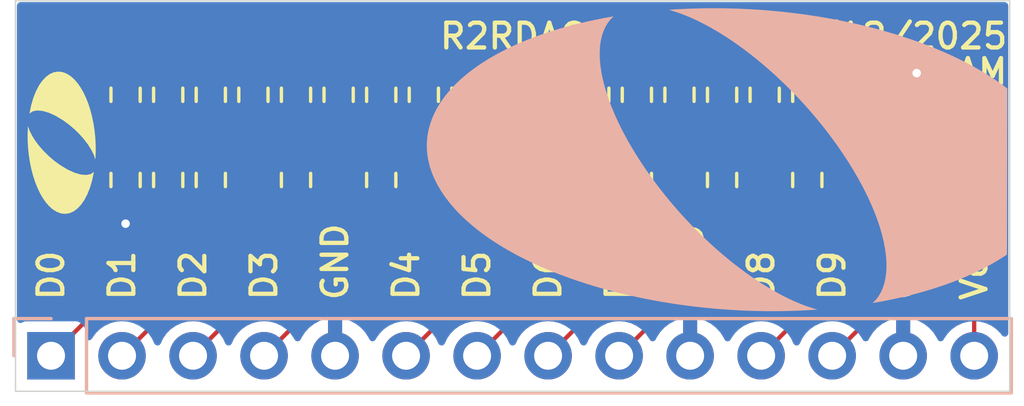
<source format=kicad_pcb>
(kicad_pcb (version 20240108) (generator "pcbnew") (generator_version "8.0")
  (layers (0 "F.Cu" signal) (31 "B.Cu" signal) (34 "B.Paste" user) (35 "F.Paste" user) (36 "B.SilkS" user "B.Silkscreen") (37 "F.SilkS" user "F.Silkscreen") (38 "B.Mask" user) (39 "F.Mask" user) (44 "Edge.Cuts" user))
  (net 0 "")
  (net 1 "GND")
  (net 2 "/Vout")
  (net 3 "/D3")
  (net 4 "/D6")
  (net 5 "/D7")
  (net 6 "/D1")
  (net 7 "/D0")
  (net 8 "/D2")
  (net 9 "/D4")
  (net 10 "/D9")
  (net 11 "/D8")
  (net 12 "/D5")
  (net 13 "Net-(R1-Pad1)")
  (net 14 "Net-(R3-Pad2)")
  (net 15 "Net-(R10-Pad1)")
  (net 16 "Net-(R10-Pad2)")
  (net 17 "Net-(R12-Pad2)")
  (net 18 "Net-(R15-Pad2)")
  (net 19 "Net-(R18-Pad2)")
  (net 20 "Net-(R21-Pad2)")
  (net 21 "Net-(R24-Pad2)")
  (footprint "Resistor_SMD:R_0603_1608Metric" (layer "F.Cu") (at 115.951 87.185 90)
    (property "Reference" "R12" (hide yes))
    (property "Value" "2kΩ" (hide yes))
    (fp_line (start -0.237258 -0.5225) (end 0.237258 -0.5225) (stroke (width 0.12)) (layer "F.SilkS"))
    (fp_line (start -0.237258 0.5225) (end 0.237258 0.5225) (stroke (width 0.12)) (layer "F.SilkS"))
    (pad "1" smd roundrect (at -0.825 0 90) (size 0.8 0.95) (layers "F.Cu" "F.Paste" "F.Mask") (net 16 "Net-(R10-Pad2)"))
    (pad "2" smd roundrect (at 0.825 0 90) (size 0.8 0.95) (layers "F.Cu" "F.Paste" "F.Mask") (net 17 "Net-(R12-Pad2)"))
  )
  (footprint "Resistor_SMD:R_0603_1608Metric" (layer "F.Cu") (at 106.807 90.233 -90)
    (property "Reference" "R1" (hide yes))
    (property "Value" "2kΩ" (hide yes))
    (fp_line (start -0.237258 0.5225) (end 0.237258 0.5225) (stroke (width 0.12)) (layer "F.SilkS"))
    (fp_line (start -0.237258 -0.5225) (end 0.237258 -0.5225) (stroke (width 0.12)) (layer "F.SilkS"))
    (pad "1" smd roundrect (at -0.825 0 270) (size 0.8 0.95) (layers "F.Cu" "F.Paste" "F.Mask") (net 13 "Net-(R1-Pad1)"))
    (pad "2" smd roundrect (at 0.825 0 270) (size 0.8 0.95) (layers "F.Cu" "F.Paste" "F.Mask") (net 1 "GND"))
  )
  (footprint "Resistor_SMD:R_0603_1608Metric" (layer "F.Cu") (at 123.571 87.185 90)
    (property "Reference" "R19" (hide yes))
    (property "Value" "2kΩ" (hide yes))
    (fp_line (start -0.237258 -0.5225) (end 0.237258 -0.5225) (stroke (width 0.12)) (layer "F.SilkS"))
    (fp_line (start -0.237258 0.5225) (end 0.237258 0.5225) (stroke (width 0.12)) (layer "F.SilkS"))
    (pad "1" smd roundrect (at -0.825 0 90) (size 0.8 0.95) (layers "F.Cu" "F.Paste" "F.Mask") (net 18 "Net-(R15-Pad2)"))
    (pad "2" smd roundrect (at 0.825 0 90) (size 0.8 0.95) (layers "F.Cu" "F.Paste" "F.Mask") (net 19 "Net-(R18-Pad2)"))
  )
  (footprint "Resistor_SMD:R_0603_1608Metric" (layer "F.Cu") (at 112.903 87.185 90)
    (property "Reference" "R9" (hide yes))
    (property "Value" "2kΩ" (hide yes))
    (fp_line (start -0.237258 -0.5225) (end 0.237258 -0.5225) (stroke (width 0.12)) (layer "F.SilkS"))
    (fp_line (start -0.237258 0.5225) (end 0.237258 0.5225) (stroke (width 0.12)) (layer "F.SilkS"))
    (pad "1" smd roundrect (at -0.825 0 90) (size 0.8 0.95) (layers "F.Cu" "F.Paste" "F.Mask") (net 15 "Net-(R10-Pad1)"))
    (pad "2" smd roundrect (at 0.825 0 90) (size 0.8 0.95) (layers "F.Cu" "F.Paste" "F.Mask") (net 16 "Net-(R10-Pad2)"))
  )
  (footprint "Resistor_SMD:R_0603_1608Metric" (layer "F.Cu") (at 111.379 87.185 90)
    (property "Reference" "R7" (hide yes))
    (property "Value" "2kΩ" (hide yes))
    (fp_line (start -0.237258 -0.5225) (end 0.237258 -0.5225) (stroke (width 0.12)) (layer "F.SilkS"))
    (fp_line (start -0.237258 0.5225) (end 0.237258 0.5225) (stroke (width 0.12)) (layer "F.SilkS"))
    (pad "1" smd roundrect (at -0.825 0 90) (size 0.8 0.95) (layers "F.Cu" "F.Paste" "F.Mask") (net 14 "Net-(R3-Pad2)"))
    (pad "2" smd roundrect (at 0.825 0 90) (size 0.8 0.95) (layers "F.Cu" "F.Paste" "F.Mask") (net 15 "Net-(R10-Pad1)"))
  )
  (footprint "Resistor_SMD:R_0603_1608Metric" (layer "F.Cu") (at 125.095 87.185 90)
    (property "Reference" "R21" (hide yes))
    (property "Value" "2kΩ" (hide yes))
    (fp_line (start -0.237258 -0.5225) (end 0.237258 -0.5225) (stroke (width 0.12)) (layer "F.SilkS"))
    (fp_line (start -0.237258 0.5225) (end 0.237258 0.5225) (stroke (width 0.12)) (layer "F.SilkS"))
    (pad "1" smd roundrect (at -0.825 0 90) (size 0.8 0.95) (layers "F.Cu" "F.Paste" "F.Mask") (net 19 "Net-(R18-Pad2)"))
    (pad "2" smd roundrect (at 0.825 0 90) (size 0.8 0.95) (layers "F.Cu" "F.Paste" "F.Mask") (net 20 "Net-(R21-Pad2)"))
  )
  (footprint "Resistor_SMD:R_0603_1608Metric" (layer "F.Cu") (at 131.191 87.185 90)
    (property "Reference" "R27" (hide yes))
    (property "Value" "2kΩ" (hide yes))
    (fp_line (start -0.237258 -0.5225) (end 0.237258 -0.5225) (stroke (width 0.12)) (layer "F.SilkS"))
    (fp_line (start -0.237258 0.5225) (end 0.237258 0.5225) (stroke (width 0.12)) (layer "F.SilkS"))
    (pad "1" smd roundrect (at -0.825 0 90) (size 0.8 0.95) (layers "F.Cu" "F.Paste" "F.Mask") (net 21 "Net-(R24-Pad2)"))
    (pad "2" smd roundrect (at 0.825 0 90) (size 0.8 0.95) (layers "F.Cu" "F.Paste" "F.Mask") (net 2 "/Vout"))
  )
  (footprint "Resistor_SMD:R_0603_1608Metric" (layer "F.Cu") (at 117.475 87.185 90)
    (property "Reference" "R13" (hide yes))
    (property "Value" "2kΩ" (hide yes))
    (fp_line (start -0.237258 -0.5225) (end 0.237258 -0.5225) (stroke (width 0.12)) (layer "F.SilkS"))
    (fp_line (start -0.237258 0.5225) (end 0.237258 0.5225) (stroke (width 0.12)) (layer "F.SilkS"))
    (pad "1" smd roundrect (at -0.825 0 90) (size 0.8 0.95) (layers "F.Cu" "F.Paste" "F.Mask") (net 16 "Net-(R10-Pad2)"))
    (pad "2" smd roundrect (at 0.825 0 90) (size 0.8 0.95) (layers "F.Cu" "F.Paste" "F.Mask") (net 17 "Net-(R12-Pad2)"))
  )
  (footprint "Resistor_SMD:R_0603_1608Metric" (layer "F.Cu") (at 132.715 87.185 90)
    (property "Reference" "R28" (hide yes))
    (property "Value" "2kΩ" (hide yes))
    (fp_line (start -0.237258 -0.5225) (end 0.237258 -0.5225) (stroke (width 0.12)) (layer "F.SilkS"))
    (fp_line (start -0.237258 0.5225) (end 0.237258 0.5225) (stroke (width 0.12)) (layer "F.SilkS"))
    (pad "1" smd roundrect (at -0.825 0 90) (size 0.8 0.95) (layers "F.Cu" "F.Paste" "F.Mask") (net 21 "Net-(R24-Pad2)"))
    (pad "2" smd roundrect (at 0.825 0 90) (size 0.8 0.95) (layers "F.Cu" "F.Paste" "F.Mask") (net 2 "/Vout"))
  )
  (footprint "Resistor_SMD:R_0603_1608Metric" (layer "F.Cu") (at 108.331 90.233 -90)
    (property "Reference" "R2" (hide yes))
    (property "Value" "2kΩ" (hide yes))
    (fp_line (start -0.237258 0.5225) (end 0.237258 0.5225) (stroke (width 0.12)) (layer "F.SilkS"))
    (fp_line (start -0.237258 -0.5225) (end 0.237258 -0.5225) (stroke (width 0.12)) (layer "F.SilkS"))
    (pad "1" smd roundrect (at -0.825 0 270) (size 0.8 0.95) (layers "F.Cu" "F.Paste" "F.Mask") (net 13 "Net-(R1-Pad1)"))
    (pad "2" smd roundrect (at 0.825 0 270) (size 0.8 0.95) (layers "F.Cu" "F.Paste" "F.Mask") (net 7 "/D0"))
  )
  (footprint "Resistor_SMD:R_0603_1608Metric" (layer "F.Cu") (at 126.619 87.185 90)
    (property "Reference" "R22" (hide yes))
    (property "Value" "2kΩ" (hide yes))
    (fp_line (start -0.237258 -0.5225) (end 0.237258 -0.5225) (stroke (width 0.12)) (layer "F.SilkS"))
    (fp_line (start -0.237258 0.5225) (end 0.237258 0.5225) (stroke (width 0.12)) (layer "F.SilkS"))
    (pad "1" smd roundrect (at -0.825 0 90) (size 0.8 0.95) (layers "F.Cu" "F.Paste" "F.Mask") (net 19 "Net-(R18-Pad2)"))
    (pad "2" smd roundrect (at 0.825 0 90) (size 0.8 0.95) (layers "F.Cu" "F.Paste" "F.Mask") (net 20 "Net-(R21-Pad2)"))
  )
  (footprint "Capacitor_SMD:C_0603_1608Metric" (layer "F.Cu") (at 134.239 87.185 90)
    (property "Reference" "C1" (hide yes))
    (property "Value" "100pF" (hide yes))
    (fp_line (start -0.14058 -0.51) (end 0.14058 -0.51) (stroke (width 0.12)) (layer "F.SilkS"))
    (fp_line (start -0.14058 0.51) (end 0.14058 0.51) (stroke (width 0.12)) (layer "F.SilkS"))
    (pad "1" smd roundrect (at -0.775 0 90) (size 0.9 0.95) (layers "F.Cu" "F.Paste" "F.Mask") (net 2 "/Vout"))
    (pad "2" smd roundrect (at 0.775 0 90) (size 0.9 0.95) (layers "F.Cu" "F.Paste" "F.Mask") (net 1 "GND"))
  )
  (footprint "Resistor_SMD:R_0603_1608Metric" (layer "F.Cu") (at 114.427 87.185 90)
    (property "Reference" "R10" (hide yes))
    (property "Value" "2kΩ" (hide yes))
    (fp_line (start -0.237258 -0.5225) (end 0.237258 -0.5225) (stroke (width 0.12)) (layer "F.SilkS"))
    (fp_line (start -0.237258 0.5225) (end 0.237258 0.5225) (stroke (width 0.12)) (layer "F.SilkS"))
    (pad "1" smd roundrect (at -0.825 0 90) (size 0.8 0.95) (layers "F.Cu" "F.Paste" "F.Mask") (net 15 "Net-(R10-Pad1)"))
    (pad "2" smd roundrect (at 0.825 0 90) (size 0.8 0.95) (layers "F.Cu" "F.Paste" "F.Mask") (net 16 "Net-(R10-Pad2)"))
  )
  (footprint "Resistor_SMD:R_0603_1608Metric" (layer "F.Cu") (at 122.047 90.233 -90)
    (property "Reference" "R17" (hide yes))
    (property "Value" "2kΩ" (hide yes))
    (fp_line (start -0.237258 0.5225) (end 0.237258 0.5225) (stroke (width 0.12)) (layer "F.SilkS"))
    (fp_line (start -0.237258 -0.5225) (end 0.237258 -0.5225) (stroke (width 0.12)) (layer "F.SilkS"))
    (pad "1" smd roundrect (at -0.825 0 270) (size 0.8 0.95) (layers "F.Cu" "F.Paste" "F.Mask") (net 18 "Net-(R15-Pad2)"))
    (pad "2" smd roundrect (at 0.825 0 270) (size 0.8 0.95) (layers "F.Cu" "F.Paste" "F.Mask") (net 12 "/D5"))
  )
  (footprint "Resistor_SMD:R_0603_1608Metric" (layer "F.Cu") (at 112.903 90.233 -90)
    (property "Reference" "R8" (hide yes))
    (property "Value" "2kΩ" (hide yes))
    (fp_line (start -0.237258 0.5225) (end 0.237258 0.5225) (stroke (width 0.12)) (layer "F.SilkS"))
    (fp_line (start -0.237258 -0.5225) (end 0.237258 -0.5225) (stroke (width 0.12)) (layer "F.SilkS"))
    (pad "1" smd roundrect (at -0.825 0 270) (size 0.8 0.95) (layers "F.Cu" "F.Paste" "F.Mask") (net 15 "Net-(R10-Pad1)"))
    (pad "2" smd roundrect (at 0.825 0 270) (size 0.8 0.95) (layers "F.Cu" "F.Paste" "F.Mask") (net 8 "/D2"))
  )
  (footprint "Resistor_SMD:R_0603_1608Metric" (layer "F.Cu") (at 120.523 87.185 90)
    (property "Reference" "R16" (hide yes))
    (property "Value" "2kΩ" (hide yes))
    (fp_line (start -0.237258 -0.5225) (end 0.237258 -0.5225) (stroke (width 0.12)) (layer "F.SilkS"))
    (fp_line (start -0.237258 0.5225) (end 0.237258 0.5225) (stroke (width 0.12)) (layer "F.SilkS"))
    (pad "1" smd roundrect (at -0.825 0 90) (size 0.8 0.95) (layers "F.Cu" "F.Paste" "F.Mask") (net 17 "Net-(R12-Pad2)"))
    (pad "2" smd roundrect (at 0.825 0 90) (size 0.8 0.95) (layers "F.Cu" "F.Paste" "F.Mask") (net 18 "Net-(R15-Pad2)"))
  )
  (footprint "Resistor_SMD:R_0603_1608Metric" (layer "F.Cu") (at 108.331 87.185 90)
    (property "Reference" "R4" (hide yes))
    (property "Value" "2kΩ" (hide yes))
    (fp_line (start -0.237258 -0.5225) (end 0.237258 -0.5225) (stroke (width 0.12)) (layer "F.SilkS"))
    (fp_line (start -0.237258 0.5225) (end 0.237258 0.5225) (stroke (width 0.12)) (layer "F.SilkS"))
    (pad "1" smd roundrect (at -0.825 0 90) (size 0.8 0.95) (layers "F.Cu" "F.Paste" "F.Mask") (net 13 "Net-(R1-Pad1)"))
    (pad "2" smd roundrect (at 0.825 0 90) (size 0.8 0.95) (layers "F.Cu" "F.Paste" "F.Mask") (net 14 "Net-(R3-Pad2)"))
  )
  (footprint "Resistor_SMD:R_0603_1608Metric" (layer "F.Cu") (at 128.143 87.185 90)
    (property "Reference" "R24" (hide yes))
    (property "Value" "2kΩ" (hide yes))
    (fp_line (start -0.237258 -0.5225) (end 0.237258 -0.5225) (stroke (width 0.12)) (layer "F.SilkS"))
    (fp_line (start -0.237258 0.5225) (end 0.237258 0.5225) (stroke (width 0.12)) (layer "F.SilkS"))
    (pad "1" smd roundrect (at -0.825 0 90) (size 0.8 0.95) (layers "F.Cu" "F.Paste" "F.Mask") (net 20 "Net-(R21-Pad2)"))
    (pad "2" smd roundrect (at 0.825 0 90) (size 0.8 0.95) (layers "F.Cu" "F.Paste" "F.Mask") (net 21 "Net-(R24-Pad2)"))
  )
  (footprint "Resistor_SMD:R_0603_1608Metric" (layer "F.Cu") (at 134.239 90.17 -90)
    (property "Reference" "R29" (hide yes))
    (property "Value" "2kΩ" (hide yes))
    (fp_line (start -0.237258 0.5225) (end 0.237258 0.5225) (stroke (width 0.12)) (layer "F.SilkS"))
    (fp_line (start -0.237258 -0.5225) (end 0.237258 -0.5225) (stroke (width 0.12)) (layer "F.SilkS"))
    (pad "1" smd roundrect (at -0.825 0 270) (size 0.8 0.95) (layers "F.Cu" "F.Paste" "F.Mask") (net 2 "/Vout"))
    (pad "2" smd roundrect (at 0.825 0 270) (size 0.8 0.95) (layers "F.Cu" "F.Paste" "F.Mask") (net 10 "/D9"))
  )
  (footprint "Resistor_SMD:R_0603_1608Metric" (layer "F.Cu") (at 122.047 87.185 90)
    (property "Reference" "R18" (hide yes))
    (property "Value" "2kΩ" (hide yes))
    (fp_line (start -0.237258 -0.5225) (end 0.237258 -0.5225) (stroke (width 0.12)) (layer "F.SilkS"))
    (fp_line (start -0.237258 0.5225) (end 0.237258 0.5225) (stroke (width 0.12)) (layer "F.SilkS"))
    (pad "1" smd roundrect (at -0.825 0 90) (size 0.8 0.95) (layers "F.Cu" "F.Paste" "F.Mask") (net 18 "Net-(R15-Pad2)"))
    (pad "2" smd roundrect (at 0.825 0 90) (size 0.8 0.95) (layers "F.Cu" "F.Paste" "F.Mask") (net 19 "Net-(R18-Pad2)"))
  )
  (footprint "Resistor_SMD:R_0603_1608Metric" (layer "F.Cu") (at 106.807 87.185 90)
    (property "Reference" "R3" (hide yes))
    (property "Value" "2kΩ" (hide yes))
    (fp_line (start -0.237258 -0.5225) (end 0.237258 -0.5225) (stroke (width 0.12)) (layer "F.SilkS"))
    (fp_line (start -0.237258 0.5225) (end 0.237258 0.5225) (stroke (width 0.12)) (layer "F.SilkS"))
    (pad "1" smd roundrect (at -0.825 0 90) (size 0.8 0.95) (layers "F.Cu" "F.Paste" "F.Mask") (net 13 "Net-(R1-Pad1)"))
    (pad "2" smd roundrect (at 0.825 0 90) (size 0.8 0.95) (layers "F.Cu" "F.Paste" "F.Mask") (net 14 "Net-(R3-Pad2)"))
  )
  (footprint "Resistor_SMD:R_0603_1608Metric" (layer "F.Cu") (at 115.951 90.233 -90)
    (property "Reference" "R11" (hide yes))
    (property "Value" "2kΩ" (hide yes))
    (fp_line (start -0.237258 0.5225) (end 0.237258 0.5225) (stroke (width 0.12)) (layer "F.SilkS"))
    (fp_line (start -0.237258 -0.5225) (end 0.237258 -0.5225) (stroke (width 0.12)) (layer "F.SilkS"))
    (pad "1" smd roundrect (at -0.825 0 270) (size 0.8 0.95) (layers "F.Cu" "F.Paste" "F.Mask") (net 16 "Net-(R10-Pad2)"))
    (pad "2" smd roundrect (at 0.825 0 270) (size 0.8 0.95) (layers "F.Cu" "F.Paste" "F.Mask") (net 3 "/D3"))
  )
  (footprint "Resistor_SMD:R_0603_1608Metric" (layer "F.Cu") (at 125.095 90.233 -90)
    (property "Reference" "R20" (hide yes))
    (property "Value" "2kΩ" (hide yes))
    (fp_line (start -0.237258 0.5225) (end 0.237258 0.5225) (stroke (width 0.12)) (layer "F.SilkS"))
    (fp_line (start -0.237258 -0.5225) (end 0.237258 -0.5225) (stroke (width 0.12)) (layer "F.SilkS"))
    (pad "1" smd roundrect (at -0.825 0 270) (size 0.8 0.95) (layers "F.Cu" "F.Paste" "F.Mask") (net 19 "Net-(R18-Pad2)"))
    (pad "2" smd roundrect (at 0.825 0 270) (size 0.8 0.95) (layers "F.Cu" "F.Paste" "F.Mask") (net 4 "/D6"))
  )
  (footprint "Eclectronics:OlinLogoSm" (layer "F.Cu") (at 104.521 88.9 90)
    (property "Reference" "OlinLogoSm" (hide yes))
    (property "Value" "G***" (hide yes))
    (fp_poly (pts (xy 0.598633 -1.206265) (xy 0.336083 -1.218192) (xy 0.073593 -1.216732) (xy -0.18692 -1.202374) (xy -0.443537 -1.175606) (xy -0.694338 -1.136915) (xy -0.937405 -1.086791) (xy -1.170819 -1.025722) (xy -1.392662 -0.954195) (xy -1.601014 -0.872699) (xy -1.793956 -0.781723) (xy -1.96957 -0.681754) (xy -2.125938 -0.57328) (xy -2.261139 -0.456791) (xy -2.373256 -0.332774) (xy -2.47367 -0.175749) (xy -2.530414 -0.019326) (xy -2.545061 0.134869) (xy -2.519183 0.285208) (xy -2.454354 0.430065) (xy -2.352147 0.567811) (xy -2.214136 0.696819) (xy -2.041892 0.815462) (xy -1.836991 0.922112) (xy -1.601004 1.015143) (xy -1.335506 1.092926) (xy -1.042068 1.153835) (xy -1.121981 1.03809) (xy -1.153496 0.879624) (xy -1.136745 0.684725) (xy -1.071862 0.459684) (xy -0.958979 0.21079) (xy -0.798229 -0.055666) (xy -0.645291 -0.264173) (xy -0.478454 -0.459755) (xy -0.301572 -0.639634) (xy -0.1185 -0.801032) (xy 0.066911 -0.941172) (xy 0.250805 -1.057276) (xy 0.42933 -1.146566) (xy 0.598633 -1.206265)) (fill solid) (layer "F.SilkS"))
    (fp_poly (pts (xy 1.042035 -1.153835) (xy 1.121971 -1.038076) (xy 1.153492 -0.8796) (xy 1.136737 -0.684696) (xy 1.071844 -0.459652) (xy 0.958951 -0.210757) (xy 0.798196 0.055699) (xy 0.64526 0.264195) (xy 0.478431 0.459769) (xy 0.301559 0.639644) (xy 0.118496 0.801041) (xy -0.066907 0.941182) (xy -0.250797 1.057291) (xy -0.429322 1.146589) (xy -0.598633 1.206298) (xy -0.336076 1.218218) (xy -0.073579 1.216753) (xy 0.186941 1.20239) (xy 0.443564 1.175619) (xy 0.694371 1.136926) (xy 0.937443 1.0868) (xy 1.170861 1.02573) (xy 1.392706 0.954204) (xy 1.60106 0.87271) (xy 1.794003 0.781736) (xy 1.969616 0.68177) (xy 2.125981 0.573301) (xy 2.261178 0.456818) (xy 2.373289 0.332807) (xy 2.473697 0.175783) (xy 2.530438 0.019359) (xy 2.545084 -0.134836) (xy 2.519206 -0.285176) (xy 2.454378 -0.430034) (xy 2.352172 -0.567782) (xy 2.21416 -0.696792) (xy 2.041913 -0.815439) (xy 1.837005 -0.922093) (xy 1.601008 -1.015129) (xy 1.335494 -1.092918) (xy 1.042035 -1.153835)) (fill solid) (layer "F.SilkS"))
  )
  (footprint "Resistor_SMD:R_0603_1608Metric" (layer "F.Cu") (at 109.855 87.185 90)
    (property "Reference" "R6" (hide yes))
    (property "Value" "2kΩ" (hide yes))
    (fp_line (start -0.237258 -0.5225) (end 0.237258 -0.5225) (stroke (width 0.12)) (layer "F.SilkS"))
    (fp_line (start -0.237258 0.5225) (end 0.237258 0.5225) (stroke (width 0.12)) (layer "F.SilkS"))
    (pad "1" smd roundrect (at -0.825 0 90) (size 0.8 0.95) (layers "F.Cu" "F.Paste" "F.Mask") (net 14 "Net-(R3-Pad2)"))
    (pad "2" smd roundrect (at 0.825 0 90) (size 0.8 0.95) (layers "F.Cu" "F.Paste" "F.Mask") (net 15 "Net-(R10-Pad1)"))
  )
  (footprint "Resistor_SMD:R_0603_1608Metric" (layer "F.Cu") (at 109.855 90.233 -90)
    (property "Reference" "R5" (hide yes))
    (property "Value" "2kΩ" (hide yes))
    (fp_line (start -0.237258 0.5225) (end 0.237258 0.5225) (stroke (width 0.12)) (layer "F.SilkS"))
    (fp_line (start -0.237258 -0.5225) (end 0.237258 -0.5225) (stroke (width 0.12)) (layer "F.SilkS"))
    (pad "1" smd roundrect (at -0.825 0 270) (size 0.8 0.95) (layers "F.Cu" "F.Paste" "F.Mask") (net 14 "Net-(R3-Pad2)"))
    (pad "2" smd roundrect (at 0.825 0 270) (size 0.8 0.95) (layers "F.Cu" "F.Paste" "F.Mask") (net 6 "/D1"))
  )
  (footprint "Resistor_SMD:R_0603_1608Metric" (layer "F.Cu") (at 131.191 90.233 -90)
    (property "Reference" "R26" (hide yes))
    (property "Value" "2kΩ" (hide yes))
    (fp_line (start -0.237258 0.5225) (end 0.237258 0.5225) (stroke (width 0.12)) (layer "F.SilkS"))
    (fp_line (start -0.237258 -0.5225) (end 0.237258 -0.5225) (stroke (width 0.12)) (layer "F.SilkS"))
    (pad "1" smd roundrect (at -0.825 0 270) (size 0.8 0.95) (layers "F.Cu" "F.Paste" "F.Mask") (net 21 "Net-(R24-Pad2)"))
    (pad "2" smd roundrect (at 0.825 0 270) (size 0.8 0.95) (layers "F.Cu" "F.Paste" "F.Mask") (net 11 "/D8"))
  )
  (footprint "Resistor_SMD:R_0603_1608Metric" (layer "F.Cu") (at 118.999 90.233 -90)
    (property "Reference" "R14" (hide yes))
    (property "Value" "2kΩ" (hide yes))
    (fp_line (start -0.237258 0.5225) (end 0.237258 0.5225) (stroke (width 0.12)) (layer "F.SilkS"))
    (fp_line (start -0.237258 -0.5225) (end 0.237258 -0.5225) (stroke (width 0.12)) (layer "F.SilkS"))
    (pad "1" smd roundrect (at -0.825 0 270) (size 0.8 0.95) (layers "F.Cu" "F.Paste" "F.Mask") (net 17 "Net-(R12-Pad2)"))
    (pad "2" smd roundrect (at 0.825 0 270) (size 0.8 0.95) (layers "F.Cu" "F.Paste" "F.Mask") (net 9 "/D4"))
  )
  (footprint "Resistor_SMD:R_0603_1608Metric" (layer "F.Cu") (at 129.667 87.185 90)
    (property "Reference" "R25" (hide yes))
    (property "Value" "2kΩ" (hide yes))
    (fp_line (start -0.237258 -0.5225) (end 0.237258 -0.5225) (stroke (width 0.12)) (layer "F.SilkS"))
    (fp_line (start -0.237258 0.5225) (end 0.237258 0.5225) (stroke (width 0.12)) (layer "F.SilkS"))
    (pad "1" smd roundrect (at -0.825 0 90) (size 0.8 0.95) (layers "F.Cu" "F.Paste" "F.Mask") (net 20 "Net-(R21-Pad2)"))
    (pad "2" smd roundrect (at 0.825 0 90) (size 0.8 0.95) (layers "F.Cu" "F.Paste" "F.Mask") (net 21 "Net-(R24-Pad2)"))
  )
  (footprint "Resistor_SMD:R_0603_1608Metric" (layer "F.Cu") (at 128.143 90.233 -90)
    (property "Reference" "R23" (hide yes))
    (property "Value" "2kΩ" (hide yes))
    (fp_line (start -0.237258 0.5225) (end 0.237258 0.5225) (stroke (width 0.12)) (layer "F.SilkS"))
    (fp_line (start -0.237258 -0.5225) (end 0.237258 -0.5225) (stroke (width 0.12)) (layer "F.SilkS"))
    (pad "1" smd roundrect (at -0.825 0 270) (size 0.8 0.95) (layers "F.Cu" "F.Paste" "F.Mask") (net 20 "Net-(R21-Pad2)"))
    (pad "2" smd roundrect (at 0.825 0 270) (size 0.8 0.95) (layers "F.Cu" "F.Paste" "F.Mask") (net 5 "/D7"))
  )
  (footprint "Resistor_SMD:R_0603_1608Metric" (layer "F.Cu") (at 118.999 87.185 90)
    (property "Reference" "R15" (hide yes))
    (property "Value" "2kΩ" (hide yes))
    (fp_line (start -0.237258 -0.5225) (end 0.237258 -0.5225) (stroke (width 0.12)) (layer "F.SilkS"))
    (fp_line (start -0.237258 0.5225) (end 0.237258 0.5225) (stroke (width 0.12)) (layer "F.SilkS"))
    (pad "1" smd roundrect (at -0.825 0 90) (size 0.8 0.95) (layers "F.Cu" "F.Paste" "F.Mask") (net 17 "Net-(R12-Pad2)"))
    (pad "2" smd roundrect (at 0.825 0 90) (size 0.8 0.95) (layers "F.Cu" "F.Paste" "F.Mask") (net 18 "Net-(R15-Pad2)"))
  )
  (footprint "Connector_PinHeader_2.54mm:PinHeader_1x14_P2.54mm_Vertical" (layer "B.Cu") (at 104.14 96.52 -90)
    (property "Reference" "J1" (hide yes))
    (property "Value" "IO" (hide yes))
    (fp_line (start -1.33 1.33) (end -1.33 0) (stroke (width 0.12)) (layer "B.SilkS"))
    (fp_line (start 0 1.33) (end -1.33 1.33) (stroke (width 0.12)) (layer "B.SilkS"))
    (fp_line (start 1.33 -1.27) (end -1.33 -1.27) (stroke (width 0.12)) (layer "B.SilkS"))
    (fp_line (start -1.33 -34.35) (end -1.33 -1.27) (stroke (width 0.12)) (layer "B.SilkS"))
    (fp_line (start 1.33 -34.35) (end 1.33 -1.27) (stroke (width 0.12)) (layer "B.SilkS"))
    (fp_line (start 1.33 -34.35) (end -1.33 -34.35) (stroke (width 0.12)) (layer "B.SilkS"))
    (pad "1" thru_hole rect (at 0 0 270) (size 1.7 1.7) (drill 1) (layers "*.Cu" "*.Mask") (net 7 "/D0"))
    (pad "2" thru_hole oval (at 0 -2.54 270) (size 1.7 1.7) (drill 1) (layers "*.Cu" "*.Mask") (net 6 "/D1"))
    (pad "3" thru_hole oval (at 0 -5.08 270) (size 1.7 1.7) (drill 1) (layers "*.Cu" "*.Mask") (net 8 "/D2"))
    (pad "4" thru_hole oval (at 0 -7.62 270) (size 1.7 1.7) (drill 1) (layers "*.Cu" "*.Mask") (net 3 "/D3"))
    (pad "5" thru_hole oval (at 0 -10.16 270) (size 1.7 1.7) (drill 1) (layers "*.Cu" "*.Mask") (net 1 "GND"))
    (pad "6" thru_hole oval (at 0 -12.7 270) (size 1.7 1.7) (drill 1) (layers "*.Cu" "*.Mask") (net 9 "/D4"))
    (pad "7" thru_hole oval (at 0 -15.24 270) (size 1.7 1.7) (drill 1) (layers "*.Cu" "*.Mask") (net 12 "/D5"))
    (pad "8" thru_hole oval (at 0 -17.78 270) (size 1.7 1.7) (drill 1) (layers "*.Cu" "*.Mask") (net 4 "/D6"))
    (pad "9" thru_hole oval (at 0 -20.32 270) (size 1.7 1.7) (drill 1) (layers "*.Cu" "*.Mask") (net 5 "/D7"))
    (pad "10" thru_hole oval (at 0 -22.86 270) (size 1.7 1.7) (drill 1) (layers "*.Cu" "*.Mask") (net 1 "GND"))
    (pad "11" thru_hole oval (at 0 -25.4 270) (size 1.7 1.7) (drill 1) (layers "*.Cu" "*.Mask") (net 11 "/D8"))
    (pad "12" thru_hole oval (at 0 -27.94 270) (size 1.7 1.7) (drill 1) (layers "*.Cu" "*.Mask") (net 10 "/D9"))
    (pad "13" thru_hole oval (at 0 -30.48 270) (size 1.7 1.7) (drill 1) (layers "*.Cu" "*.Mask") (net 1 "GND"))
    (pad "14" thru_hole oval (at 0 -33.02 270) (size 1.7 1.7) (drill 1) (layers "*.Cu" "*.Mask") (net 2 "/Vout"))
  )
  (footprint "Eclectronics:OlinLogoTruncated_0.4in" (layer "B.Cu") (at 127.254 89.535)
    (property "Reference" "svg2mod" (hide yes))
    (property "Value" "G***" (hide yes))
    (fp_poly (pts (xy 11.078833 3.364775) (xy 10.893668 3.486413) (xy 10.700454 3.605213) (xy 10.499281 3.721081) (xy 10.290238 3.833924) (xy 10.073415 3.94365) (xy 9.848902 4.050165) (xy 9.616789 4.153376) (xy 9.377166 4.253191) (xy 9.130122 4.349516) (xy 8.875748 4.442258) (xy 8.614133 4.531325) (xy 8.345367 4.616623) (xy 8.06954 4.69806) (xy 7.786741 4.775542) (xy 7.497061 4.848977) (xy 7.20059 4.918271) (xy 6.897417 4.983332) (xy 6.587632 5.044067) (xy 6.271324 5.100382) (xy 6.384783 4.986036) (xy 6.483567 4.857363) (xy 6.567688 4.71486) (xy 6.637156 4.559023) (xy 6.691983 4.390349) (xy 6.732179 4.209333) (xy 6.757755 4.016472) (xy 6.768723 3.812262) (xy 6.765092 3.5972) (xy 6.746875 3.371781) (xy 6.714081 3.136501) (xy 6.666722 2.891858) (xy 6.604809 2.638347) (xy 6.528352 2.376464) (xy 6.437363 2.106705) (xy 6.331853 1.829568) (xy 6.211832 1.545548) (xy 6.077311 1.25514) (xy 5.928302 0.958843) (xy 5.764814 0.657151) (xy 5.58686 0.350561) (xy 5.394449 0.039569) (xy 5.187594 -0.275328) (xy 5.013342 -0.527353) (xy 4.833806 -0.775938) (xy 4.64931 -1.020849) (xy 4.46018 -1.261851) (xy 4.26674 -1.49871) (xy 4.069314 -1.731193) (xy 3.868228 -1.959066) (xy 3.663805 -2.182093) (xy 3.456371 -2.400041) (xy 3.246249 -2.612676) (xy 3.033766 -2.819764) (xy 2.819244 -3.021071) (xy 2.60301 -3.216362) (xy 2.385387 -3.405404) (xy 2.166699 -3.587962) (xy 1.947273 -3.763803) (xy 1.727432 -3.932691) (xy 1.507501 -4.094394) (xy 1.287804 -4.248676) (xy 1.068667 -4.395305) (xy 0.850413 -4.534045) (xy 0.633368 -4.664663) (xy 0.417855 -4.786924) (xy 0.204201 -4.900595) (xy -0.007272 -5.005441) (xy -0.216237 -5.101228) (xy -0.422372 -5.187722) (xy -0.62535 -5.26469) (xy -0.824847 -5.331896) (xy -1.02054 -5.389107) (xy -0.716517 -5.408788) (xy -0.412083 -5.42431) (xy -0.107389 -5.435711) (xy 0.197413 -5.443029) (xy 0.502172 -5.446304) (xy 0.806737 -5.445573) (xy 1.110955 -5.440876) (xy 1.414675 -5.432251) (xy 1.717746 -5.419736) (xy 2.020017 -5.403371) (xy 2.321335 -5.383192) (xy 2.62155 -5.35924) (xy 2.920509 -5.331552) (xy 3.218062 -5.300168) (xy 3.514056 -5.265125) (xy 3.808341 -5.226463) (xy 4.100764 -5.184219) (xy 4.391175 -5.138433) (xy 4.679422 -5.089142) (xy 4.965352 -5.036386) (xy 5.248816 -4.980203) (xy 5.529661 -4.920631) (xy 5.807736 -4.85771) (xy 6.082888 -4.791477) (xy 6.354968 -4.721971) (xy 6.623823 -4.649231) (xy 6.889302 -4.573296) (xy 7.151253 -4.494203) (xy 7.409525 -4.411991) (xy 7.663966 -4.326699) (xy 7.914425 -4.238366) (xy 8.16075 -4.14703) (xy 8.40279 -4.052729) (xy 8.640393 -3.955502) (xy 8.873408 -3.855388) (xy 9.101683 -3.752425) (xy 9.325067 -3.646652) (xy 9.543409 -3.538107) (xy 9.756556 -3.426829) (xy 9.964357 -3.312856) (xy 10.166661 -3.196227) (xy 10.363316 -3.07698) (xy 10.554171 -2.955155) (xy 10.739075 -2.830789) (xy 10.917875 -2.703921) (xy 11.09042 -2.57459) (xy 11.078833 3.364775)) (fill solid) (layer "B.SilkS"))
    (fp_poly (pts (xy 4.300645 5.333393) (xy 3.992865 5.3533) (xy 3.684665 5.368944) (xy 3.376203 5.380365) (xy 3.067636 5.387603) (xy 2.75912 5.390699) (xy 2.450813 5.389691) (xy 2.142873 5.384621) (xy 1.835456 5.375528) (xy 1.52872 5.362452) (xy 1.222822 5.345433) (xy 0.917919 5.324511) (xy 0.614168 5.299727) (xy 0.311726 5.271119) (xy 0.010751 5.238729) (xy -0.2886 5.202596) (xy -0.586171 5.16276) (xy -0.881803 5.119261) (xy -1.17534 5.072139) (xy -1.466624 5.021434) (xy -1.755499 4.967187) (xy -2.041807 4.909436) (xy -2.325391 4.848222) (xy -2.606093 4.783586) (xy -2.883757 4.715567) (xy -3.158226 4.644204) (xy -3.429342 4.569539) (xy -3.696947 4.491611) (xy -3.960886 4.41046) (xy -4.221 4.326126) (xy -4.477133 4.238649) (xy -4.729127 4.148068) (xy -4.976825 4.054425) (xy -5.22007 3.957759) (xy -5.458705 3.85811) (xy -5.692572 3.755519) (xy -5.921515 3.650024) (xy -6.145376 3.541666) (xy -6.363998 3.430485) (xy -6.577223 3.316521) (xy -6.784896 3.199814) (xy -6.986858 3.080404) (xy -7.182952 2.958331) (xy -7.373021 2.833635) (xy -7.556908 2.706356) (xy -7.734455 2.576533) (xy -7.905507 2.444208) (xy -8.069904 2.30942) (xy -8.227491 2.172209) (xy -8.378109 2.032614) (xy -8.521603 1.890677) (xy -8.657814 1.746437) (xy -8.786585 1.599933) (xy -8.90776 1.451206) (xy -9.040544 1.273169) (xy -9.160336 1.094954) (xy -9.267253 0.916683) (xy -9.36141 0.738475) (xy -9.442925 0.560452) (xy -9.511913 0.382733) (xy -9.568492 0.205439) (xy -9.612776 0.02869) (xy -9.644884 -0.147393) (xy -9.66493 -0.32269) (xy -9.673032 -0.497081) (xy -9.669306 -0.670445) (xy -9.653868 -0.842662) (xy -9.626834 -1.013611) (xy -9.588322 -1.183173) (xy -9.538447 -1.351226) (xy -9.477325 -1.51765) (xy -9.405074 -1.682325) (xy -9.321809 -1.845131) (xy -9.227647 -2.005947) (xy -9.122704 -2.164653) (xy -9.007097 -2.321128) (xy -8.880941 -2.475252) (xy -8.744354 -2.626905) (xy -8.597452 -2.775966) (xy -8.440351 -2.922315) (xy -8.273167 -3.065831) (xy -8.096017 -3.206395) (xy -7.909017 -3.343885) (xy -7.712284 -3.478182) (xy -7.505933 -3.609164) (xy -7.290082 -3.736713) (xy -7.064847 -3.860706) (xy -6.830344 -3.981024) (xy -6.586689 -4.097547) (xy -6.333999 -4.210154) (xy -6.07239 -4.318724) (xy -5.801978 -4.423138) (xy -5.522881 -4.523275) (xy -5.235213 -4.619014) (xy -4.939093 -4.710236) (xy -4.634635 -4.796819) (xy -4.321957 -4.878643) (xy -4.001175 -4.955589) (xy -3.672405 -5.027535) (xy -3.335763 -5.094362) (xy -2.991366 -5.155948) (xy -3.104789 -5.04162) (xy -3.203545 -4.912964) (xy -3.287642 -4.770477) (xy -3.357093 -4.614654) (xy -3.411907 -4.445992) (xy -3.452095 -4.264987) (xy -3.477667 -4.072136) (xy -3.488634 -3.867935) (xy -3.485006 -3.65288) (xy -3.466793 -3.427468) (xy -3.434008 -3.192194) (xy -3.386658 -2.947555) (xy -3.324756 -2.694048) (xy -3.248312 -2.432169) (xy -3.157336 -2.162413) (xy -3.051838 -1.885278) (xy -2.931829 -1.601259) (xy -2.79732 -1.310853) (xy -2.648321 -1.014556) (xy -2.484843 -0.712864) (xy -2.306896 -0.406275) (xy -2.11449 -0.095283) (xy -1.907636 0.219614) (xy -1.733383 0.471654) (xy -1.553844 0.720252) (xy -1.369344 0.965175) (xy -1.180208 1.206188) (xy -0.98676 1.443058) (xy -0.789326 1.67555) (xy -0.588231 1.903431) (xy -0.383798 2.126466) (xy -0.176353 2.34442) (xy 0.03378 2.557061) (xy 0.246275 2.764153) (xy 0.460808 2.965463) (xy 0.677055 3.160757) (xy 0.89469 3.3498) (xy 1.113388 3.532359) (xy 1.332825 3.708199) (xy 1.552676 3.877086) (xy 1.772617 4.038786) (xy 1.992322 4.193065) (xy 2.211466 4.339689) (xy 2.429726 4.478424) (xy 2.646776 4.609036) (xy 2.862291 4.731289) (xy 3.075946 4.844952) (xy 3.287418 4.949789) (xy 3.49638 5.045565) (xy 3.702509 5.132048) (xy 3.90548 5.209003) (xy 4.104967 5.276196) (xy 4.300645 5.333393)) (fill solid) (layer "B.SilkS"))
  )
  (gr_line (start 102.87 83.82) (end 102.87 97.79) (stroke (width 0.05)) (layer "Edge.Cuts"))
  (gr_line (start 102.87 97.79) (end 138.43 97.79) (stroke (width 0.05)) (layer "Edge.Cuts"))
  (gr_line (start 138.43 83.82) (end 102.87 83.82) (stroke (width 0.05)) (layer "Edge.Cuts"))
  (gr_line (start 138.43 97.79) (end 138.43 83.82) (stroke (width 0.05)) (layer "Edge.Cuts"))
  (gr_text "D1" (at 106.68 94.615 90) (layer "F.SilkS") (effects (font (size 0.889 0.889) (thickness 0.1524) (bold yes)) (justify left)))
  (gr_text "D6" (at 121.92 94.615 90) (layer "F.SilkS") (effects (font (size 0.889 0.889) (thickness 0.1524) (bold yes)) (justify left)))
  (gr_text "Vout" (at 137.16 94.615 90) (layer "F.SilkS") (effects (font (size 0.889 0.889) (thickness 0.1524) (bold yes)) (justify left)))
  (gr_text "D5" (at 119.38 94.615 90) (layer "F.SilkS") (effects (font (size 0.889 0.889) (thickness 0.1524) (bold yes)) (justify left)))
  (gr_text "D7" (at 124.46 94.615 90) (layer "F.SilkS") (effects (font (size 0.889 0.889) (thickness 0.1524) (bold yes)) (justify left)))
  (gr_text "BAM" (at 138.43 86.36 0) (layer "F.SilkS") (effects (font (size 0.889 0.889) (thickness 0.1524) (bold yes)) (justify right)))
  (gr_text "D8" (at 129.54 94.615 90) (layer "F.SilkS") (effects (font (size 0.889 0.889) (thickness 0.1524) (bold yes)) (justify left)))
  (gr_text "R2RDAC" (at 120.65 85.09 0) (layer "F.SilkS") (effects (font (size 0.889 0.889) (thickness 0.1524) (bold yes))))
  (gr_text "D0" (at 104.14 94.615 90) (layer "F.SilkS") (effects (font (size 0.889 0.889) (thickness 0.1524) (bold yes)) (justify left)))
  (gr_text "D2" (at 109.22 94.615 90) (layer "F.SilkS") (effects (font (size 0.889 0.889) (thickness 0.1524) (bold yes)) (justify left)))
  (gr_text "D9" (at 132.08 94.615 90) (layer "F.SilkS") (effects (font (size 0.889 0.889) (thickness 0.1524) (bold yes)) (justify left)))
  (gr_text "2/12/2025" (at 138.43 85.09 0) (layer "F.SilkS") (effects (font (size 0.889 0.889) (thickness 0.1524) (bold yes)) (justify right)))
  (gr_text "GND" (at 127 94.615 90) (layer "F.SilkS") (effects (font (size 0.889 0.889) (thickness 0.1524) (bold yes)) (justify left)))
  (gr_text "D3" (at 111.76 94.615 90) (layer "F.SilkS") (effects (font (size 0.889 0.889) (thickness 0.1524) (bold yes)) (justify left)))
  (gr_text "D4" (at 116.84 94.615 90) (layer "F.SilkS") (effects (font (size 0.889 0.889) (thickness 0.1524) (bold yes)) (justify left)))
  (gr_text "GND" (at 134.62 94.615 90) (layer "F.SilkS") (effects (font (size 0.889 0.889) (thickness 0.1524) (bold yes)) (justify left)))
  (gr_text "GND" (at 114.3 94.615 90) (layer "F.SilkS") (effects (font (size 0.889 0.889) (thickness 0.1524) (bold yes)) (justify left)))
  (segment (start 134.239 86.41) (end 135.1018 86.41) (width 0.381) (layer "F.Cu") (net 1))
  (segment (start 135.1018 86.41) (end 135.1026 86.4108) (width 0.381) (layer "F.Cu") (net 1))
  (segment (start 106.807 91.058) (end 106.807 91.7956) (width 0.381) (layer "F.Cu") (net 1))
  (via (at 135.1026 86.4108) (size 0.6096) (drill 0.3048) (layers "F.Cu" "B.Cu") (net 1))
  (via (at 106.807 91.7956) (size 0.6096) (drill 0.3048) (layers "F.Cu" "B.Cu") (net 1))
  (segment (start 134.3792 89.345) (end 137.16 92.1258) (width 0.1524) (layer "F.Cu") (net 2))
  (segment (start 137.16 92.1258) (end 137.16 96.52) (width 0.1524) (layer "F.Cu") (net 2))
  (segment (start 133.477 87.249) (end 134.188 87.96) (width 0.1524) (layer "F.Cu") (net 2))
  (segment (start 132.715 86.36) (end 132.8166 86.36) (width 0.1524) (layer "F.Cu") (net 2))
  (segment (start 134.239 89.345) (end 134.3792 89.345) (width 0.1524) (layer "F.Cu") (net 2))
  (segment (start 131.191 86.36) (end 132.715 86.36) (width 0.1524) (layer "F.Cu") (net 2))
  (segment (start 134.188 87.96) (end 134.239 87.96) (width 0.1524) (layer "F.Cu") (net 2))
  (segment (start 134.239 89.345) (end 134.239 87.96) (width 0.1524) (layer "F.Cu") (net 2))
  (segment (start 132.8166 86.36) (end 133.477 87.0204) (width 0.1524) (layer "F.Cu") (net 2))
  (segment (start 133.477 87.0204) (end 133.477 87.249) (width 0.1524) (layer "F.Cu") (net 2))
  (segment (start 115.951 92.329) (end 111.76 96.52) (width 0.1524) (layer "F.Cu") (net 3))
  (segment (start 115.951 91.058) (end 115.951 92.329) (width 0.1524) (layer "F.Cu") (net 3))
  (segment (start 125.095 91.058) (end 125.095 93.345) (width 0.1524) (layer "F.Cu") (net 4))
  (segment (start 125.095 93.345) (end 121.92 96.52) (width 0.1524) (layer "F.Cu") (net 4))
  (segment (start 128.143 91.058) (end 128.143 92.837) (width 0.1524) (layer "F.Cu") (net 5))
  (segment (start 128.143 92.837) (end 124.46 96.52) (width 0.1524) (layer "F.Cu") (net 5))
  (segment (start 109.855 91.058) (end 109.855 93.345) (width 0.1524) (layer "F.Cu") (net 6))
  (segment (start 109.855 93.345) (end 106.68 96.52) (width 0.1524) (layer "F.Cu") (net 6))
  (segment (start 108.331 92.329) (end 104.14 96.52) (width 0.1524) (layer "F.Cu") (net 7))
  (segment (start 108.331 91.058) (end 108.331 92.329) (width 0.1524) (layer "F.Cu") (net 7))
  (segment (start 112.903 92.837) (end 109.22 96.52) (width 0.1524) (layer "F.Cu") (net 8))
  (segment (start 112.903 91.058) (end 112.903 92.837) (width 0.1524) (layer "F.Cu") (net 8))
  (segment (start 118.999 94.361) (end 116.84 96.52) (width 0.1524) (layer "F.Cu") (net 9))
  (segment (start 118.999 91.058) (end 118.999 94.361) (width 0.1524) (layer "F.Cu") (net 9))
  (segment (start 134.239 90.995) (end 134.239 94.361) (width 0.1524) (layer "F.Cu") (net 10))
  (segment (start 134.239 94.361) (end 132.08 96.52) (width 0.1524) (layer "F.Cu") (net 10))
  (segment (start 131.191 91.058) (end 131.191 94.869) (width 0.1524) (layer "F.Cu") (net 11))
  (segment (start 131.191 94.869) (end 129.54 96.52) (width 0.1524) (layer "F.Cu") (net 11))
  (segment (start 122.047 91.058) (end 122.047 93.853) (width 0.1524) (layer "F.Cu") (net 12))
  (segment (start 122.047 93.853) (end 119.38 96.52) (width 0.1524) (layer "F.Cu") (net 12))
  (segment (start 106.807 88.01) (end 106.807 89.408) (width 0.1524) (layer "F.Cu") (net 13))
  (segment (start 108.331 89.408) (end 108.331 88.01) (width 0.1524) (layer "F.Cu") (net 13))
  (segment (start 108.331 88.01) (end 106.807 88.01) (width 0.1524) (layer "F.Cu") (net 13))
  (segment (start 111.379 88.01) (end 109.855 88.01) (width 0.1524) (layer "F.Cu") (net 14))
  (segment (start 108.4326 86.36) (end 108.331 86.36) (width 0.1524) (layer "F.Cu") (net 14))
  (segment (start 109.7524 88.01) (end 109.093 87.3506) (width 0.1524) (layer "F.Cu") (net 14))
  (segment (start 109.093 87.3506) (end 109.093 87.0204) (width 0.1524) (layer "F.Cu") (net 14))
  (segment (start 109.855 89.408) (end 109.855 88.01) (width 0.1524) (layer "F.Cu") (net 14))
  (segment (start 109.855 88.01) (end 109.7524 88.01) (width 0.1524) (layer "F.Cu") (net 14))
  (segment (start 106.807 86.36) (end 108.331 86.36) (width 0.1524) (layer "F.Cu") (net 14))
  (segment (start 109.093 87.0204) (end 108.4326 86.36) (width 0.1524) (layer "F.Cu") (net 14))
  (segment (start 112.141 87.3506) (end 112.8004 88.01) (width 0.1524) (layer "F.Cu") (net 15))
  (segment (start 112.8004 88.01) (end 112.903 88.01) (width 0.1524) (layer "F.Cu") (net 15))
  (segment (start 112.903 89.408) (end 112.903 88.01) (width 0.1524) (layer "F.Cu") (net 15))
  (segment (start 109.855 86.36) (end 111.379 86.36) (width 0.1524) (layer "F.Cu") (net 15))
  (segment (start 111.4806 86.36) (end 112.141 87.0204) (width 0.1524) (layer "F.Cu") (net 15))
  (segment (start 112.903 88.01) (end 114.427 88.01) (width 0.1524) (layer "F.Cu") (net 15))
  (segment (start 112.141 87.0204) (end 112.141 87.3506) (width 0.1524) (layer "F.Cu") (net 15))
  (segment (start 111.379 86.36) (end 111.4806 86.36) (width 0.1524) (layer "F.Cu") (net 15))
  (segment (start 114.427 86.36) (end 114.5286 86.36) (width 0.1524) (layer "F.Cu") (net 16))
  (segment (start 115.951 89.408) (end 115.951 88.01) (width 0.1524) (layer "F.Cu") (net 16))
  (segment (start 115.189 87.0204) (end 115.189 87.3252) (width 0.1524) (layer "F.Cu") (net 16))
  (segment (start 115.189 87.3252) (end 115.8738 88.01) (width 0.1524) (layer "F.Cu") (net 16))
  (segment (start 115.951 88.01) (end 117.475 88.01) (width 0.1524) (layer "F.Cu") (net 16))
  (segment (start 115.8738 88.01) (end 115.951 88.01) (width 0.1524) (layer "F.Cu") (net 16))
  (segment (start 112.903 86.36) (end 114.427 86.36) (width 0.1524) (layer "F.Cu") (net 16))
  (segment (start 114.5286 86.36) (end 115.189 87.0204) (width 0.1524) (layer "F.Cu") (net 16))
  (segment (start 118.8964 88.01) (end 118.999 88.01) (width 0.1524) (layer "F.Cu") (net 17))
  (segment (start 118.237 87.3506) (end 118.8964 88.01) (width 0.1524) (layer "F.Cu") (net 17))
  (segment (start 118.999 89.408) (end 118.999 88.01) (width 0.1524) (layer "F.Cu") (net 17))
  (segment (start 118.237 87.0204) (end 118.237 87.3506) (width 0.1524) (layer "F.Cu") (net 17))
  (segment (start 118.999 88.01) (end 120.523 88.01) (width 0.1524) (layer "F.Cu") (net 17))
  (segment (start 117.5766 86.36) (end 118.237 87.0204) (width 0.1524) (layer "F.Cu") (net 17))
  (segment (start 117.475 86.36) (end 117.5766 86.36) (width 0.1524) (layer "F.Cu") (net 17))
  (segment (start 115.951 86.36) (end 117.475 86.36) (width 0.1524) (layer "F.Cu") (net 17))
  (segment (start 121.285 87.3252) (end 121.9698 88.01) (width 0.1524) (layer "F.Cu") (net 18))
  (segment (start 120.523 86.36) (end 120.65 86.36) (width 0.1524) (layer "F.Cu") (net 18))
  (segment (start 121.9698 88.01) (end 122.047 88.01) (width 0.1524) (layer "F.Cu") (net 18))
  (segment (start 121.285 86.995) (end 121.285 87.3252) (width 0.1524) (layer "F.Cu") (net 18))
  (segment (start 118.999 86.36) (end 120.523 86.36) (width 0.1524) (layer "F.Cu") (net 18))
  (segment (start 122.047 89.408) (end 122.047 88.01) (width 0.1524) (layer "F.Cu") (net 18))
  (segment (start 122.047 88.01) (end 123.571 88.01) (width 0.1524) (layer "F.Cu") (net 18))
  (segment (start 120.65 86.36) (end 121.285 86.995) (width 0.1524) (layer "F.Cu") (net 18))
  (segment (start 125.095 88.01) (end 125.095 89.408) (width 0.1524) (layer "F.Cu") (net 19))
  (segment (start 124.967 88.01) (end 125.095 88.01) (width 0.1524) (layer "F.Cu") (net 19))
  (segment (start 125.095 88.01) (end 126.619 88.01) (width 0.1524) (layer "F.Cu") (net 19))
  (segment (start 122.047 86.36) (end 123.571 86.36) (width 0.1524) (layer "F.Cu") (net 19))
  (segment (start 124.333 87.376) (end 124.967 88.01) (width 0.1524) (layer "F.Cu") (net 19))
  (segment (start 123.571 86.36) (end 123.6472 86.36) (width 0.1524) (layer "F.Cu") (net 19))
  (segment (start 123.6472 86.36) (end 124.333 87.0458) (width 0.1524) (layer "F.Cu") (net 19))
  (segment (start 124.333 87.0458) (end 124.333 87.376) (width 0.1524) (layer "F.Cu") (net 19))
  (segment (start 128.143 89.408) (end 128.143 88.01) (width 0.1524) (layer "F.Cu") (net 20))
  (segment (start 126.619 86.36) (end 126.746 86.36) (width 0.1524) (layer "F.Cu") (net 20))
  (segment (start 125.095 86.36) (end 126.619 86.36) (width 0.1524) (layer "F.Cu") (net 20))
  (segment (start 126.746 86.36) (end 127.381 86.995) (width 0.1524) (layer "F.Cu") (net 20))
  (segment (start 128.143 88.01) (end 129.667 88.01) (width 0.1524) (layer "F.Cu") (net 20))
  (segment (start 127.381 86.995) (end 127.381 87.3506) (width 0.1524) (layer "F.Cu") (net 20))
  (segment (start 128.0404 88.01) (end 128.143 88.01) (width 0.1524) (layer "F.Cu") (net 20))
  (segment (start 127.381 87.3506) (end 128.0404 88.01) (width 0.1524) (layer "F.Cu") (net 20))
  (segment (start 131.1138 88.01) (end 131.191 88.01) (width 0.1524) (layer "F.Cu") (net 21))
  (segment (start 131.191 89.408) (end 131.191 88.01) (width 0.1524) (layer "F.Cu") (net 21))
  (segment (start 129.667 86.36) (end 129.7686 86.36) (width 0.1524) (layer "F.Cu") (net 21))
  (segment (start 130.429 87.0204) (end 130.429 87.3252) (width 0.1524) (layer "F.Cu") (net 21))
  (segment (start 130.429 87.3252) (end 131.1138 88.01) (width 0.1524) (layer "F.Cu") (net 21))
  (segment (start 131.191 88.01) (end 132.715 88.01) (width 0.1524) (layer "F.Cu") (net 21))
  (segment (start 129.7686 86.36) (end 130.429 87.0204) (width 0.1524) (layer "F.Cu") (net 21))
  (segment (start 128.143 86.36) (end 129.667 86.36) (width 0.1524) (layer "F.Cu") (net 21))
  (zone (net 1) (net_name "GND") (layer "B.Cu") (connect_pads (clearance 0.381)) (min_thickness 0.254) (fill yes (thermal_gap 0.508) (thermal_bridge_width 0.508))
    (polygon (pts (xy 102.87 83.82) (xy 138.43 83.82) (xy 138.43 97.79) (xy 102.87 97.79)))
  )
)
</source>
